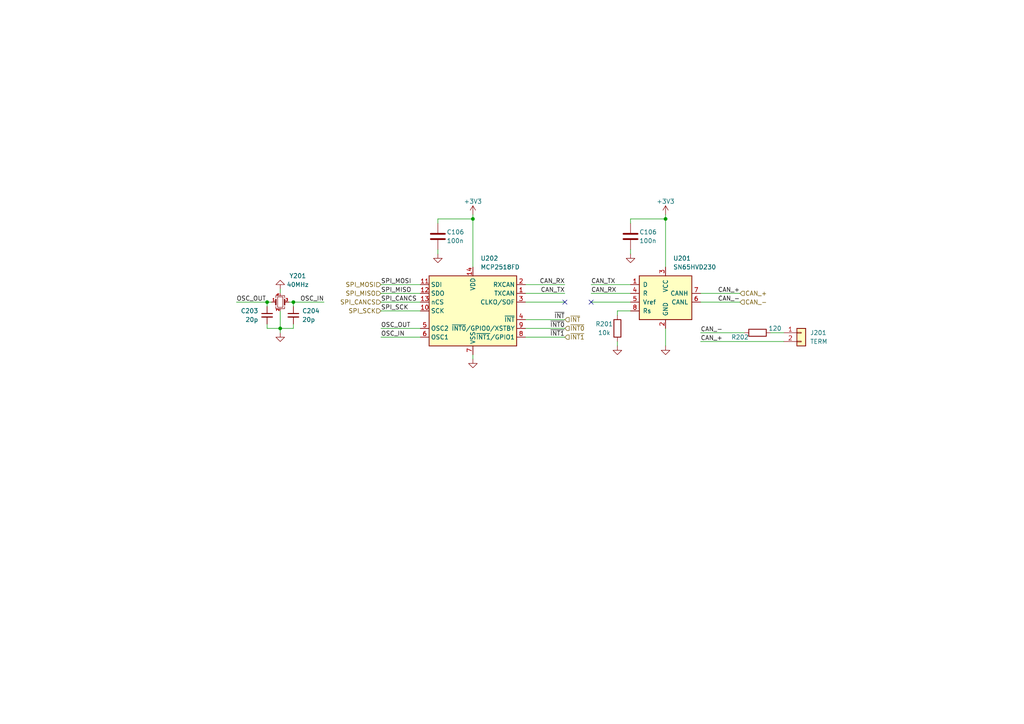
<source format=kicad_sch>
(kicad_sch (version 20230121) (generator eeschema)
  (paper "A4")
  (lib_symbols
    (symbol "Connector_Generic:Conn_01x02" (pin_names (offset 1.016) hide)
      (property "Reference" "J" (at 0 2.54 0))
      (property "Value" "Conn_01x02" (at 0 -5.08 0))
      (symbol "Conn_01x02_1_1"
        (rectangle (start -1.27 -2.413) (end 0 -2.667) (stroke (width 0.1524)))
        (rectangle (start -1.27 0.127) (end 0 -0.127) (stroke (width 0.1524)))
        (rectangle (start -1.27 1.27) (end 1.27 -3.81) (stroke (width 0.254)) (fill (type background)))
        (pin passive line (at -5.08 0 0) (length 3.81) (name "Pin_1") (number "1"))
        (pin passive line (at -5.08 -2.54 0) (length 3.81) (name "Pin_2") (number "2"))
      )
    )
    (symbol "Device:C" (pin_numbers hide) (pin_names (offset 0.254))
      (property "Reference" "C" (at 0.635 2.54 0))
      (property "Value" "C" (at 0.635 -2.54 0))
      (symbol "C_0_1"
        (polyline (pts (xy -2.032 -0.762) (xy 2.032 -0.762)) (stroke (width 0.508)))
        (polyline (pts (xy -2.032 0.762) (xy 2.032 0.762)) (stroke (width 0.508)))
      )
      (symbol "C_1_1"
        (pin passive line (at 0 3.81 270) (length 2.794) (name "~") (number "1"))
        (pin passive line (at 0 -3.81 90) (length 2.794) (name "~") (number "2"))
      )
    )
    (symbol "Device:C_Small" (pin_numbers hide) (pin_names (offset 0.254) hide)
      (property "Reference" "C" (at 0.254 1.778 0))
      (property "Value" "C_Small" (at 0.254 -2.032 0))
      (symbol "C_Small_0_1"
        (polyline (pts (xy -1.524 -0.508) (xy 1.524 -0.508)) (stroke (width 0.3302)))
        (polyline (pts (xy -1.524 0.508) (xy 1.524 0.508)) (stroke (width 0.3048)))
      )
      (symbol "C_Small_1_1"
        (pin passive line (at 0 2.54 270) (length 2.032) (name "~") (number "1"))
        (pin passive line (at 0 -2.54 90) (length 2.032) (name "~") (number "2"))
      )
    )
    (symbol "Device:Crystal_GND24_Small" (pin_names (offset 1.016) hide)
      (property "Reference" "Y" (at 1.27 4.445 0))
      (property "Value" "Crystal_GND24_Small" (at 1.27 2.54 0))
      (symbol "Crystal_GND24_Small_0_1"
        (rectangle (start -0.762 -1.524) (end 0.762 1.524))
        (polyline (pts (xy -1.27 -0.762) (xy -1.27 0.762)) (stroke (width 0.381)))
        (polyline (pts (xy 1.27 -0.762) (xy 1.27 0.762)) (stroke (width 0.381)))
        (polyline (pts (xy -1.27 -1.27) (xy -1.27 -1.905) (xy 1.27 -1.905) (xy 1.27 -1.27)))
        (polyline (pts (xy -1.27 1.27) (xy -1.27 1.905) (xy 1.27 1.905) (xy 1.27 1.27)))
      )
      (symbol "Crystal_GND24_Small_1_1"
        (pin passive line (at -2.54 0 0) (length 1.27) (name "1") (number "1"))
        (pin passive line (at 0 -2.54 90) (length 0.635) (name "2") (number "2"))
        (pin passive line (at 2.54 0 180) (length 1.27) (name "3") (number "3"))
        (pin passive line (at 0 2.54 270) (length 0.635) (name "4") (number "4"))
      )
    )
    (symbol "Device:R" (pin_numbers hide) (pin_names (offset 0))
      (property "Reference" "R" (at 2.032 0 90))
      (property "Value" "R" (at 0 0 90))
      (symbol "R_0_1"
        (rectangle (start -1.016 -2.54) (end 1.016 2.54) (stroke (width 0.254)))
      )
      (symbol "R_1_1"
        (pin passive line (at 0 3.81 270) (length 1.27) (name "~") (number "1"))
        (pin passive line (at 0 -3.81 90) (length 1.27) (name "~") (number "2"))
      )
    )
    (symbol "Interface_CAN_LIN:MCP2517FD-xSL"
      (property "Reference" "U" (at -12.7 12.7 0))
      (property "Value" "MCP2517FD-xSL" (at 2.54 12.7 0))
      (symbol "MCP2517FD-xSL_0_1"
        (rectangle (start -12.7 10.16) (end 12.7 -10.16) (stroke (width 0.254)) (fill (type background)))
      )
      (symbol "MCP2517FD-xSL_1_1"
        (pin output line (at 15.24 5.08 180) (length 2.54) (name "TXCAN") (number "1"))
        (pin input line (at -15.24 0 0) (length 2.54) (name "SCK") (number "10"))
        (pin input line (at -15.24 7.62 0) (length 2.54) (name "SDI") (number "11"))
        (pin output line (at -15.24 5.08 0) (length 2.54) (name "SDO") (number "12"))
        (pin input line (at -15.24 2.54 0) (length 2.54) (name "nCS") (number "13"))
        (pin power_in line (at 0 12.7 270) (length 2.54) (name "VDD") (number "14"))
        (pin input line (at 15.24 7.62 180) (length 2.54) (name "RXCAN") (number "2"))
        (pin output line (at 15.24 2.54 180) (length 2.54) (name "CLKO/SOF") (number "3"))
        (pin output line (at 15.24 -2.54 180) (length 2.54) (name "~{INT}") (number "4"))
        (pin output line (at -15.24 -5.08 0) (length 2.54) (name "OSC2") (number "5"))
        (pin input line (at -15.24 -7.62 0) (length 2.54) (name "OSC1") (number "6"))
        (pin power_in line (at 0 -12.7 90) (length 2.54) (name "VSS") (number "7"))
        (pin bidirectional line (at 15.24 -7.62 180) (length 2.54) (name "~{INT1}/GPIO1") (number "8"))
        (pin bidirectional line (at 15.24 -5.08 180) (length 2.54) (name "~{INT0}/GPIO0/XSTBY") (number "9"))
      )
    )
    (symbol "Interface_CAN_LIN:SN65HVD230" (pin_names (offset 1.016))
      (property "Reference" "U" (at -2.54 10.16 0))
      (property "Value" "SN65HVD230" (at -2.54 7.62 0))
      (symbol "SN65HVD230_0_1"
        (rectangle (start -7.62 5.08) (end 7.62 -7.62) (stroke (width 0.254)) (fill (type background)))
      )
      (symbol "SN65HVD230_1_1"
        (pin input line (at -10.16 2.54 0) (length 2.54) (name "D") (number "1"))
        (pin power_in line (at 0 -10.16 90) (length 2.54) (name "GND") (number "2"))
        (pin power_in line (at 0 7.62 270) (length 2.54) (name "VCC") (number "3"))
        (pin output line (at -10.16 0 0) (length 2.54) (name "R") (number "4"))
        (pin output line (at -10.16 -2.54 0) (length 2.54) (name "Vref") (number "5"))
        (pin bidirectional line (at 10.16 -2.54 180) (length 2.54) (name "CANL") (number "6"))
        (pin bidirectional line (at 10.16 0 180) (length 2.54) (name "CANH") (number "7"))
        (pin input line (at -10.16 -5.08 0) (length 2.54) (name "Rs") (number "8"))
      )
    )
    (symbol "power:+3V3" (power) (pin_names (offset 0))
      (property "Value" "+3V3" (at 0 3.556 0))
      (symbol "+3V3_0_1"
        (polyline (pts (xy -0.762 1.27) (xy 0 2.54)))
        (polyline (pts (xy 0 0) (xy 0 2.54)))
        (polyline (pts (xy 0 2.54) (xy 0.762 1.27)))
      )
      (symbol "+3V3_1_1"
        (pin power_in line (at 0 0 90) (length 0) hide (name "+3V3") (number "1"))
      )
    )
    (symbol "power:GND" (power) (pin_names (offset 0))
      (property "Value" "GND" (at 0 -3.81 0))
      (symbol "GND_0_1"
        (polyline (pts (xy 0 0) (xy 0 -1.27) (xy 1.27 -1.27) (xy 0 -2.54) (xy -1.27 -1.27) (xy 0 -1.27)))
      )
      (symbol "GND_1_1"
        (pin power_in line (at 0 0 270) (length 0) hide (name "GND") (number "1"))
      )
    )
  )
  (junction (at 85.09 87.63))
  (junction (at 77.47 87.63))
  (junction (at 137.16 63.5))
  (junction (at 81.28 95.25))
  (junction (at 193.04 63.5))
  (no_connect (at 171.45 87.63))
  (no_connect (at 163.83 87.63))
  (wire (pts (xy 152.4 95.25) (xy 163.83 95.25)))
  (wire (pts (xy 83.82 87.63) (xy 85.09 87.63)))
  (wire (pts (xy 215.9 96.52) (xy 203.2 96.52)))
  (wire (pts (xy 85.09 93.98) (xy 85.09 95.25)))
  (wire (pts (xy 121.92 85.09) (xy 110.49 85.09)))
  (wire (pts (xy 203.2 99.06) (xy 227.33 99.06)))
  (wire (pts (xy 182.88 85.09) (xy 171.45 85.09)))
  (wire (pts (xy 203.2 87.63) (xy 214.63 87.63)))
  (wire (pts (xy 182.88 64.77) (xy 182.88 63.5)))
  (wire (pts (xy 182.88 82.55) (xy 171.45 82.55)))
  (wire (pts (xy 193.04 63.5) (xy 193.04 77.47)))
  (wire (pts (xy 127 63.5) (xy 137.16 63.5)))
  (wire (pts (xy 137.16 104.14) (xy 137.16 102.87)))
  (wire (pts (xy 77.47 88.9) (xy 77.47 87.63)))
  (wire (pts (xy 137.16 62.23) (xy 137.16 63.5)))
  (wire (pts (xy 81.28 83.82) (xy 81.28 85.09)))
  (wire (pts (xy 152.4 87.63) (xy 163.83 87.63)))
  (wire (pts (xy 81.28 90.17) (xy 81.28 95.25)))
  (wire (pts (xy 193.04 62.23) (xy 193.04 63.5)))
  (wire (pts (xy 182.88 90.17) (xy 179.07 90.17)))
  (wire (pts (xy 77.47 87.63) (xy 68.58 87.63)))
  (wire (pts (xy 152.4 92.71) (xy 163.83 92.71)))
  (wire (pts (xy 203.2 85.09) (xy 214.63 85.09)))
  (wire (pts (xy 127 72.39) (xy 127 73.66)))
  (wire (pts (xy 85.09 88.9) (xy 85.09 87.63)))
  (wire (pts (xy 152.4 82.55) (xy 163.83 82.55)))
  (wire (pts (xy 179.07 90.17) (xy 179.07 91.44)))
  (wire (pts (xy 182.88 63.5) (xy 193.04 63.5)))
  (wire (pts (xy 121.92 90.17) (xy 110.49 90.17)))
  (wire (pts (xy 110.49 87.63) (xy 121.92 87.63)))
  (wire (pts (xy 152.4 85.09) (xy 163.83 85.09)))
  (wire (pts (xy 171.45 87.63) (xy 182.88 87.63)))
  (wire (pts (xy 81.28 95.25) (xy 85.09 95.25)))
  (wire (pts (xy 137.16 63.5) (xy 137.16 77.47)))
  (wire (pts (xy 127 64.77) (xy 127 63.5)))
  (wire (pts (xy 121.92 82.55) (xy 110.49 82.55)))
  (wire (pts (xy 110.49 97.79) (xy 121.92 97.79)))
  (wire (pts (xy 152.4 97.79) (xy 163.83 97.79)))
  (wire (pts (xy 193.04 95.25) (xy 193.04 100.33)))
  (wire (pts (xy 77.47 95.25) (xy 81.28 95.25)))
  (wire (pts (xy 85.09 87.63) (xy 93.98 87.63)))
  (wire (pts (xy 179.07 100.33) (xy 179.07 99.06)))
  (wire (pts (xy 110.49 95.25) (xy 121.92 95.25)))
  (wire (pts (xy 81.28 95.25) (xy 81.28 96.52)))
  (wire (pts (xy 77.47 93.98) (xy 77.47 95.25)))
  (wire (pts (xy 182.88 72.39) (xy 182.88 73.66)))
  (wire (pts (xy 223.52 96.52) (xy 227.33 96.52)))
  (wire (pts (xy 78.74 87.63) (xy 77.47 87.63)))
  (label "CAN_-" (at 214.63 87.63 180))
  (label "CAN_RX" (at 163.83 82.55 180))
  (label "SPI_MISO" (at 110.49 85.09 0))
  (label "OSC_OUT" (at 68.58 87.63 0))
  (label "OSC_IN" (at 110.49 97.79 0))
  (label "OSC_IN" (at 93.98 87.63 180))
  (label "CAN_-" (at 203.2 96.52 0))
  (label "SPI_CANCS" (at 110.49 87.63 0))
  (label "~{INT1}" (at 163.83 97.79 180))
  (label "~{INT}" (at 163.83 92.71 180))
  (label "OSC_OUT" (at 110.49 95.25 0))
  (label "CAN_TX" (at 171.45 82.55 0))
  (label "CAN_+" (at 214.63 85.09 180))
  (label "SPI_MOSI" (at 110.49 82.55 0))
  (label "SPI_SCK" (at 110.49 90.17 0))
  (label "~{INT0}" (at 163.83 95.25 180))
  (label "CAN_+" (at 203.2 99.06 0))
  (label "CAN_RX" (at 171.45 85.09 0))
  (label "CAN_TX" (at 163.83 85.09 180))
  (hierarchical_label "CAN_+" (shape input) (at 214.63 85.09 0))
  (hierarchical_label "SPI_MOSI" (shape input) (at 110.49 82.55 180))
  (hierarchical_label "CAN_-" (shape input) (at 214.63 87.63 0))
  (hierarchical_label "~{INT1}" (shape input) (at 163.83 97.79 0))
  (hierarchical_label "~{INT}" (shape input) (at 163.83 92.71 0))
  (hierarchical_label "SPI_SCK" (shape input) (at 110.49 90.17 180))
  (hierarchical_label "~{INT0}" (shape input) (at 163.83 95.25 0))
  (hierarchical_label "SPI_CANCS" (shape input) (at 110.49 87.63 180))
  (hierarchical_label "SPI_MISO" (shape input) (at 110.49 85.09 180))
  (symbol (lib_id "Interface_CAN_LIN:SN65HVD230") (at 193.04 85.09 0) (unit 1)
    (property "Reference" "U201" (at 195.2341 74.93 0) (effects (justify left)))
    (property "Value" "SN65HVD230" (at 195.2341 77.47 0) (effects (justify left)))
    (property "Footprint" "Package_SO:SOIC-8_3.9x4.9mm_P1.27mm" (effects hide))
    (property "Datasheet" "http://www.ti.com/lit/ds/symlink/sn65hvd230.pdf" (effects hide))
    (property "LCSC" "C12084" (effects hide))
  )
  (symbol (lib_id "power:GND") (at 182.88 73.66 0) (unit 1)
    (property "Reference" "#PWR0210" (effects hide))
    (property "Value" "GND" (effects hide))
  )
  (symbol (lib_id "Device:C_Small") (at 77.47 91.44 0) (mirror y) (unit 1)
    (property "Reference" "C203" (at 74.93 90.1763 0) (effects (justify left)))
    (property "Value" "20p" (at 74.93 92.7163 0) (effects (justify left)))
    (property "Footprint" "Capacitor_SMD:C_0603_1608Metric" (effects hide))
    (property "LCSC" "C1648" (effects hide))
  )
  (symbol (lib_id "Device:C_Small") (at 85.09 91.44 0) (unit 1)
    (property "Reference" "C204" (at 87.63 90.1763 0) (effects (justify left)))
    (property "Value" "20p" (at 87.63 92.7163 0) (effects (justify left)))
    (property "Footprint" "Capacitor_SMD:C_0603_1608Metric" (effects hide))
    (property "LCSC" "C1648" (effects hide))
  )
  (symbol (lib_id "Device:C") (at 127 68.58 0) (unit 1)
    (property "Reference" "C106" (at 129.54 67.31 0) (effects (justify left)))
    (property "Value" "100n" (at 129.54 69.85 0) (effects (justify left)))
    (property "Footprint" "Capacitor_SMD:C_0603_1608Metric" (effects hide))
    (property "LCSC" "C57112" (effects hide))
    (instances (project "1Job" (path "" (reference "C106") (unit 1)) (path "" (reference "C201") (unit 1))))
  )
  (symbol (lib_id "Connector_Generic:Conn_01x02") (at 232.41 96.52 0) (unit 1)
    (property "Reference" "J201" (at 234.95 96.52 0) (effects (justify left)))
    (property "Value" "TERM" (at 234.95 99.06 0) (effects (justify left)))
    (property "Footprint" "Connector_PinHeader_2.54mm:PinHeader_1x02_P2.54mm_Horizontal" (effects hide))
  )
  (symbol (lib_id "power:GND") (at 81.28 83.82 180) (unit 1)
    (property "Reference" "#PWR0205" (effects hide))
    (property "Value" "GND" (effects hide))
  )
  (symbol (lib_id "power:GND") (at 179.07 100.33 0) (unit 1)
    (property "Reference" "#PWR0207" (effects hide))
    (property "Value" "GND" (effects hide))
  )
  (symbol (lib_id "power:GND") (at 127 73.66 0) (unit 1)
    (property "Reference" "#PWR0202" (effects hide))
    (property "Value" "GND" (effects hide))
  )
  (symbol (lib_id "Device:R") (at 179.07 95.25 0) (mirror x) (unit 1)
    (property "Reference" "R201" (at 175.26 93.98 0))
    (property "Value" "10k" (at 175.26 96.52 0))
    (property "Footprint" "Resistor_SMD:R_0603_1608Metric" (effects hide))
    (property "LCSC" "C25804" (effects hide))
  )
  (symbol (lib_id "Interface_CAN_LIN:MCP2517FD-xSL") (at 137.16 90.17 0) (unit 1)
    (property "Reference" "U202" (at 139.3541 74.93 0) (effects (justify left)))
    (property "Value" "MCP2518FD" (at 139.3541 77.47 0) (effects (justify left)))
    (property "Footprint" "Package_SO:SOIC-14_3.9x8.7mm_P1.27mm" (effects hide))
    (property "Datasheet" "https://ww1.microchip.com/downloads/en/DeviceDoc/20005688A.pdf" (effects hide))
    (property "LCSC" "C626758" (effects hide))
  )
  (symbol (lib_id "power:+3V3") (at 137.16 62.23 0) (unit 1)
    (property "Reference" "#PWR0203" (effects hide))
    (property "Value" "+3V3" (at 137.16 58.42 0))
  )
  (symbol (lib_id "Device:C") (at 182.88 68.58 0) (unit 1)
    (property "Reference" "C106" (at 185.42 67.31 0) (effects (justify left)))
    (property "Value" "100n" (at 185.42 69.85 0) (effects (justify left)))
    (property "Footprint" "Capacitor_SMD:C_0603_1608Metric" (effects hide))
    (property "LCSC" "C57112" (effects hide))
    (instances (project "1Job" (path "" (reference "C106") (unit 1)) (path "" (reference "C202") (unit 1))))
  )
  (symbol (lib_id "power:GND") (at 193.04 100.33 0) (unit 1)
    (property "Reference" "#PWR0208" (effects hide))
    (property "Value" "GND" (effects hide))
  )
  (symbol (lib_id "power:GND") (at 81.28 96.52 0) (unit 1)
    (property "Reference" "#PWR0206" (effects hide))
    (property "Value" "GND" (effects hide))
  )
  (symbol (lib_id "Device:R") (at 219.71 96.52 270) (unit 1)
    (property "Reference" "R202" (at 214.63 97.79 90))
    (property "Value" "120" (at 224.79 95.25 90))
    (property "Footprint" "Resistor_SMD:R_0603_1608Metric" (effects hide))
    (property "LCSC" "C22787" (effects hide))
  )
  (symbol (lib_id "power:+3V3") (at 193.04 62.23 0) (unit 1)
    (property "Reference" "#PWR0204" (effects hide))
    (property "Value" "+3V3" (at 193.04 58.42 0))
  )
  (symbol (lib_id "Device:Crystal_GND24_Small") (at 81.28 87.63 0) (unit 1)
    (property "Reference" "Y201" (at 86.36 80.01 0))
    (property "Value" "40MHz" (at 86.36 82.55 0))
    (property "Footprint" "Crystal:Crystal_SMD_3225-4Pin_3.2x2.5mm" (effects hide))
    (property "LCSC" "C9010" (effects hide))
  )
  (symbol (lib_id "power:GND") (at 137.16 104.14 0) (unit 1)
    (property "Reference" "#PWR0209" (effects hide))
    (property "Value" "GND" (effects hide))
  )
)
</source>
